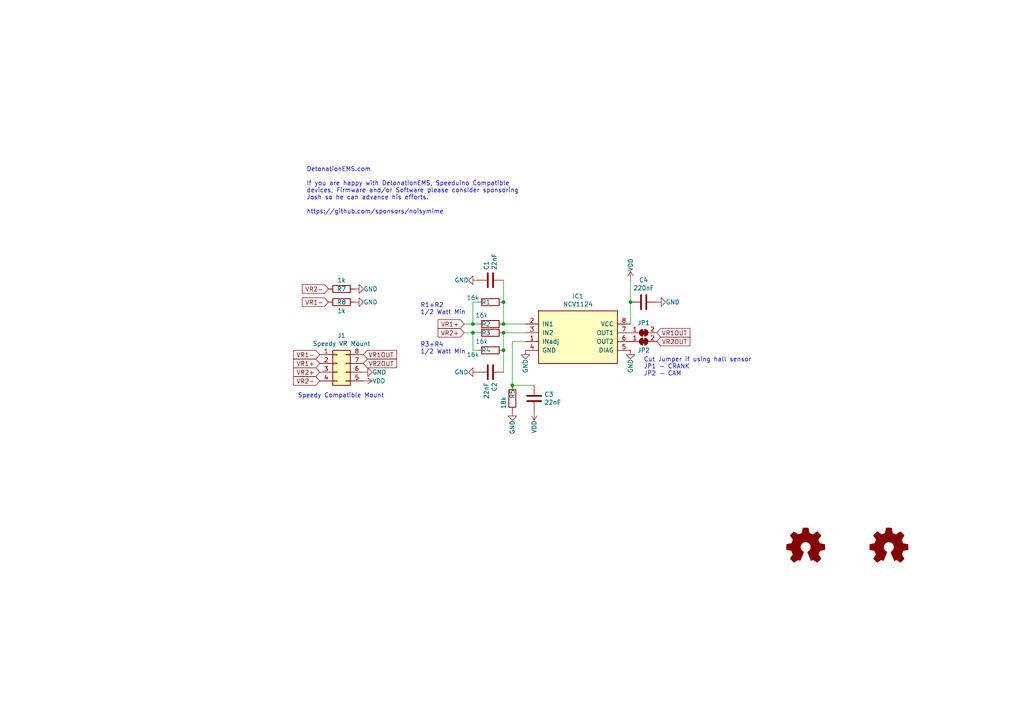
<source format=kicad_sch>
(kicad_sch (version 20211123) (generator eeschema)
  (paper "A4")
  (title_block (title "Duel VRConditioner ") (date "2021-10-02") (rev "B") (company "DetonationEMS") (comment 1 "detonationems.com") (comment 2 "github.com/DetonationEMS"))
  (lib_symbols
    (symbol "Connector_Generic:Conn_02x04_Counter_Clockwise" (pin_names (offset 1.016) hide)
      (property "Reference" "J" (at 1.27 5.08 0))
      (property "Value" "Conn_02x04_Counter_Clockwise" (at 1.27 -7.62 0))
      (symbol "Conn_02x04_Counter_Clockwise_1_1"
        (rectangle (start -1.27 -4.953) (end 0 -5.207) (stroke (width 0.1524)))
        (rectangle (start -1.27 -2.413) (end 0 -2.667) (stroke (width 0.1524)))
        (rectangle (start -1.27 0.127) (end 0 -0.127) (stroke (width 0.1524)))
        (rectangle (start -1.27 2.667) (end 0 2.413) (stroke (width 0.1524)))
        (rectangle (start -1.27 3.81) (end 3.81 -6.35) (stroke (width 0.254)) (fill (type background)))
        (rectangle (start 3.81 -4.953) (end 2.54 -5.207) (stroke (width 0.1524)))
        (rectangle (start 3.81 -2.413) (end 2.54 -2.667) (stroke (width 0.1524)))
        (rectangle (start 3.81 0.127) (end 2.54 -0.127) (stroke (width 0.1524)))
        (rectangle (start 3.81 2.667) (end 2.54 2.413) (stroke (width 0.1524)))
        (pin passive line (at -5.08 2.54 0) (length 3.81) (name "Pin_1") (number "1"))
        (pin passive line (at -5.08 0 0) (length 3.81) (name "Pin_2") (number "2"))
        (pin passive line (at -5.08 -2.54 0) (length 3.81) (name "Pin_3") (number "3"))
        (pin passive line (at -5.08 -5.08 0) (length 3.81) (name "Pin_4") (number "4"))
        (pin passive line (at 7.62 -5.08 180) (length 3.81) (name "Pin_5") (number "5"))
        (pin passive line (at 7.62 -2.54 180) (length 3.81) (name "Pin_6") (number "6"))
        (pin passive line (at 7.62 0 180) (length 3.81) (name "Pin_7") (number "7"))
        (pin passive line (at 7.62 2.54 180) (length 3.81) (name "Pin_8") (number "8"))
      )
    )
    (symbol "Device:C" (pin_numbers hide) (pin_names (offset 0.254))
      (property "Reference" "C" (at 0.635 2.54 0))
      (property "Value" "C" (at 0.635 -2.54 0))
      (symbol "C_0_1"
        (polyline (pts (xy -2.032 -0.762) (xy 2.032 -0.762)) (stroke (width 0.508)))
        (polyline (pts (xy -2.032 0.762) (xy 2.032 0.762)) (stroke (width 0.508)))
      )
      (symbol "C_1_1"
        (pin passive line (at 0 3.81 270) (length 2.794) (name "~") (number "1"))
        (pin passive line (at 0 -3.81 90) (length 2.794) (name "~") (number "2"))
      )
    )
    (symbol "Device:R" (pin_numbers hide) (pin_names (offset 0))
      (property "Reference" "R" (at 2.032 0 90))
      (property "Value" "R" (at 0 0 90))
      (symbol "R_0_1"
        (rectangle (start -1.016 -2.54) (end 1.016 2.54) (stroke (width 0.254)))
      )
      (symbol "R_1_1"
        (pin passive line (at 0 3.81 270) (length 1.27) (name "~") (number "1"))
        (pin passive line (at 0 -3.81 90) (length 1.27) (name "~") (number "2"))
      )
    )
    (symbol "Graphic:Logo_Open_Hardware_Small" (pin_names (offset 1.016))
      (symbol "Logo_Open_Hardware_Small_0_1"
        (polyline (pts (xy 3.3528 -4.3434) (xy 3.302 -4.318) (xy 3.175 -4.2418) (xy 2.9972 -4.1148) (xy 2.7686 -3.9624) (xy 2.54 -3.81) (xy 2.3622 -3.7084) (xy 2.2352 -3.6068) (xy 2.1844 -3.5814) (xy 2.159 -3.6068) (xy 2.0574 -3.6576) (xy 1.905 -3.7338) (xy 1.8034 -3.7846) (xy 1.6764 -3.8354) (xy 1.6002 -3.8354) (xy 1.6002 -3.8354) (xy 1.5494 -3.7338) (xy 1.4732 -3.5306) (xy 1.3462 -3.302) (xy 1.2446 -3.0226) (xy 1.1176 -2.7178) (xy 0.9652 -2.413) (xy 0.8636 -2.1082) (xy 0.7366 -1.8288) (xy 0.6604 -1.6256) (xy 0.6096 -1.4732) (xy 0.5842 -1.397) (xy 0.5842 -1.397) (xy 0.6604 -1.3208) (xy 0.7874 -1.2446) (xy 1.0414 -1.016) (xy 1.2954 -0.6858) (xy 1.4478 -0.3302) (xy 1.524 0.0762) (xy 1.4732 0.4572) (xy 1.3208 0.8128) (xy 1.0668 1.143) (xy 0.762 1.3716) (xy 0.4064 1.524) (xy 0 1.5748) (xy -0.381 1.5494) (xy -0.7366 1.397) (xy -1.0668 1.143) (xy -1.2192 0.9906) (xy -1.397 0.6604) (xy -1.524 0.3048) (xy -1.524 0.2286) (xy -1.4986 -0.1778) (xy -1.397 -0.5334) (xy -1.1938 -0.8636) (xy -0.9144 -1.143) (xy -0.8636 -1.1684) (xy -0.7366 -1.27) (xy -0.635 -1.3462) (xy -0.5842 -1.397) (xy -1.0668 -2.5908) (xy -1.143 -2.794) (xy -1.2954 -3.1242) (xy -1.397 -3.4036) (xy -1.4986 -3.6322) (xy -1.5748 -3.7846) (xy -1.6002 -3.8354) (xy -1.6002 -3.8354) (xy -1.651 -3.8354) (xy -1.7272 -3.81) (xy -1.905 -3.7338) (xy -2.0066 -3.683) (xy -2.1336 -3.6068) (xy -2.2098 -3.5814) (xy -2.2606 -3.6068) (xy -2.3622 -3.683) (xy -2.54 -3.81) (xy -2.7686 -3.9624) (xy -2.9718 -4.0894) (xy -3.1496 -4.2164) (xy -3.302 -4.318) (xy -3.3528 -4.3434) (xy -3.3782 -4.3434) (xy -3.429 -4.318) (xy -3.5306 -4.2164) (xy -3.7084 -4.064) (xy -3.937 -3.8354) (xy -3.9624 -3.81) (xy -4.1656 -3.6068) (xy -4.318 -3.4544) (xy -4.4196 -3.3274) (xy -4.445 -3.2766) (xy -4.445 -3.2766) (xy -4.4196 -3.2258) (xy -4.318 -3.0734) (xy -4.2164 -2.8956) (xy -4.064 -2.667) (xy -3.6576 -2.0828) (xy -3.8862 -1.5494) (xy -3.937 -1.3716) (xy -4.0386 -1.1684) (xy -4.0894 -1.0414) (xy -4.1148 -0.9652) (xy -4.191 -0.9398) (xy -4.318 -0.9144) (xy -4.5466 -0.8636) (xy -4.8006 -0.8128) (xy -5.0546 -0.7874) (xy -5.2578 -0.7366) (xy -5.4356 -0.7112) (xy -5.5118 -0.6858) (xy -5.5118 -0.6858) (xy -5.5372 -0.635) (xy -5.5372 -0.5588) (xy -5.5372 -0.4318) (xy -5.5626 -0.2286) (xy -5.5626 0.0762) (xy -5.5626 0.127) (xy -5.5372 0.4064) (xy -5.5372 0.635) (xy -5.5372 0.762) (xy -5.5372 0.8382) (xy -5.5372 0.8382) (xy -5.461 0.8382) (xy -5.3086 0.889) (xy -5.08 0.9144) (xy -4.826 0.9652) (xy -4.8006 0.9906) (xy -4.5466 1.0414) (xy -4.318 1.0668) (xy -4.1656 1.1176) (xy -4.0894 1.143) (xy -4.0894 1.143) (xy -4.0386 1.2446) (xy -3.9624 1.4224) (xy -3.8608 1.6256) (xy -3.7846 1.8288) (xy -3.7084 2.0066) (xy -3.6576 2.159) (xy -3.6322 2.2098) (xy -3.6322 2.2098) (xy -3.683 2.286) (xy -3.7592 2.413) (xy -3.8862 2.5908) (xy -4.064 2.8194) (xy -4.064 2.8448) (xy -4.2164 3.0734) (xy -4.3434 3.2512) (xy -4.4196 3.3782) (xy -4.445 3.4544) (xy -4.445 3.4544) (xy -4.3942 3.5052) (xy -4.2926 3.6322) (xy -4.1148 3.81) (xy -3.937 4.0132) (xy -3.8608 4.064) (xy -3.6576 4.2926) (xy -3.5052 4.4196) (xy -3.4036 4.4958) (xy -3.3528 4.5212) (xy -3.3528 4.5212) (xy -3.302 4.4704) (xy -3.1496 4.3688) (xy -2.9718 4.2418) (xy -2.7432 4.0894) (xy -2.7178 4.0894) (xy -2.4892 3.937) (xy -2.3114 3.81) (xy -2.1844 3.7084) (xy -2.1336 3.683) (xy -2.1082 3.683) (xy -2.032 3.7084) (xy -1.8542 3.7592) (xy -1.6764 3.8354) (xy -1.4732 3.937) (xy -1.27 4.0132) (xy -1.143 4.064) (xy -1.0668 4.1148) (xy -1.0668 4.1148) (xy -1.0414 4.191) (xy -1.016 4.3434) (xy -0.9652 4.572) (xy -0.9144 4.8514) (xy -0.889 4.9022) (xy -0.8382 5.1562) (xy -0.8128 5.3848) (xy -0.7874 5.5372) (xy -0.762 5.588) (xy -0.7112 5.6134) (xy -0.5842 5.6134) (xy -0.4064 5.6134) (xy -0.1524 5.6134) (xy 0.0762 5.6134) (xy 0.3302 5.6134) (xy 0.5334 5.6134) (xy 0.6858 5.588) (xy 0.7366 5.588) (xy 0.7366 5.588) (xy 0.762 5.5118) (xy 0.8128 5.334) (xy 0.8382 5.1054) (xy 0.9144 4.826) (xy 0.9144 4.7752) (xy 0.9652 4.5212) (xy 1.016 4.2926) (xy 1.0414 4.1402) (xy 1.0668 4.0894) (xy 1.0668 4.0894) (xy 1.1938 4.0386) (xy 1.3716 3.9624) (xy 1.5748 3.8608) (xy 2.0828 3.6576) (xy 2.7178 4.0894) (xy 2.7686 4.1402) (xy 2.9972 4.2926) (xy 3.175 4.4196) (xy 3.302 4.4958) (xy 3.3782 4.5212) (xy 3.3782 4.5212) (xy 3.429 4.4704) (xy 3.556 4.3434) (xy 3.7338 4.191) (xy 3.9116 3.9878) (xy 4.064 3.8354) (xy 4.2418 3.6576) (xy 4.3434 3.556) (xy 4.4196 3.4798) (xy 4.4196 3.429) (xy 4.4196 3.4036) (xy 4.3942 3.3274) (xy 4.2926 3.2004) (xy 4.1656 2.9972) (xy 4.0132 2.794) (xy 3.8862 2.5908) (xy 3.7592 2.3876) (xy 3.6576 2.2352) (xy 3.6322 2.159) (xy 3.6322 2.1336) (xy 3.683 2.0066) (xy 3.7592 1.8288) (xy 3.8608 1.6002) (xy 4.064 1.1176) (xy 4.3942 1.0414) (xy 4.5974 1.016) (xy 4.8768 0.9652) (xy 5.1308 0.9144) (xy 5.5372 0.8382) (xy 5.5626 -0.6604) (xy 5.4864 -0.6858) (xy 5.4356 -0.6858) (xy 5.2832 -0.7366) (xy 5.0546 -0.762) (xy 4.8006 -0.8128) (xy 4.5974 -0.8636) (xy 4.3688 -0.9144) (xy 4.2164 -0.9398) (xy 4.1402 -0.9398) (xy 4.1148 -0.9652) (xy 4.064 -1.0668) (xy 3.9878 -1.2446) (xy 3.9116 -1.4478) (xy 3.81 -1.651) (xy 3.7338 -1.8542) (xy 3.683 -2.0066) (xy 3.6576 -2.0828) (xy 3.683 -2.1336) (xy 3.7846 -2.2606) (xy 3.8862 -2.4638) (xy 4.0386 -2.667) (xy 4.191 -2.8956) (xy 4.318 -3.0734) (xy 4.3942 -3.2004) (xy 4.445 -3.2766) (xy 4.4196 -3.3274) (xy 4.3434 -3.429) (xy 4.1656 -3.5814) (xy 3.937 -3.8354) (xy 3.8862 -3.8608) (xy 3.683 -4.064) (xy 3.5306 -4.2164) (xy 3.4036 -4.318) (xy 3.3528 -4.3434)) (fill (type outline)))
      )
    )
    (symbol "Jumper:SolderJumper_2_Bridged" (pin_names (offset 0) hide)
      (property "Reference" "JP" (at 0 2.032 0))
      (property "Value" "SolderJumper_2_Bridged" (at 0 -2.54 0))
      (symbol "SolderJumper_2_Bridged_0_1"
        (rectangle (start -0.508 0.508) (end 0.508 -0.508) (fill (type outline)))
        (arc (start -0.254 1.016) (mid -1.27 0) (end -0.254 -1.016))
        (arc (start -0.254 1.016) (mid -1.27 0) (end -0.254 -1.016) (fill (type outline)))
        (polyline (pts (xy -0.254 1.016) (xy -0.254 -1.016)))
        (polyline (pts (xy 0.254 1.016) (xy 0.254 -1.016)))
        (arc (start 0.254 -1.016) (mid 1.27 0) (end 0.254 1.016))
        (arc (start 0.254 -1.016) (mid 1.27 0) (end 0.254 1.016) (fill (type outline)))
      )
      (symbol "SolderJumper_2_Bridged_1_1"
        (pin passive line (at -3.81 0 0) (length 2.54) (name "A") (number "1"))
        (pin passive line (at 3.81 0 180) (length 2.54) (name "B") (number "2"))
      )
    )
    (symbol "ncv1124:NCV1124" (pin_names (offset 1.016))
      (property "Reference" "D" (at 1.27 1.27 0))
      (property "Value" "NCV1124" (at 19.05 1.27 0))
      (symbol "NCV1124_1_1"
        (rectangle (start 0 0) (end 22.86 -15.24) (stroke (width 0.254)) (fill (type background)))
        (pin input line (at -3.81 -8.89 0) (length 3.81) (name "INadj") (number "1"))
        (pin input line (at -3.81 -3.81 0) (length 3.81) (name "IN1") (number "2"))
        (pin input line (at -3.81 -6.35 0) (length 3.81) (name "IN2") (number "3"))
        (pin power_in line (at -3.81 -11.43 0) (length 3.81) (name "GND") (number "4"))
        (pin input line (at 26.67 -11.43 180) (length 3.81) (name "DIAG") (number "5"))
        (pin output line (at 26.67 -8.89 180) (length 3.81) (name "OUT2") (number "6"))
        (pin output line (at 26.67 -6.35 180) (length 3.81) (name "OUT1") (number "7"))
        (pin power_in line (at 26.67 -3.81 180) (length 3.81) (name "VCC") (number "8"))
      )
    )
    (symbol "power:GND" (power) (pin_names (offset 0))
      (property "Value" "GND" (at 0 -3.81 0))
      (symbol "GND_0_1"
        (polyline (pts (xy 0 0) (xy 0 -1.27) (xy 1.27 -1.27) (xy 0 -2.54) (xy -1.27 -1.27) (xy 0 -1.27)))
      )
      (symbol "GND_1_1"
        (pin power_in line (at 0 0 270) (length 0) hide (name "GND") (number "1"))
      )
    )
    (symbol "power:VDD" (power) (pin_names (offset 0))
      (property "Value" "VDD" (at 0 3.81 0))
      (symbol "VDD_0_1"
        (polyline (pts (xy -0.762 1.27) (xy 0 2.54)))
        (polyline (pts (xy 0 0) (xy 0 2.54)))
        (polyline (pts (xy 0 2.54) (xy 0.762 1.27)))
      )
      (symbol "VDD_1_1"
        (pin power_in line (at 0 0 90) (length 0) hide (name "VDD") (number "1"))
      )
    )
  )
  (junction (at 137.16 93.98))
  (junction (at 146.05 96.52))
  (junction (at 137.16 96.52))
  (junction (at 146.05 87.63))
  (junction (at 146.05 93.98))
  (junction (at 146.05 101.6))
  (junction (at 148.59 111.76))
  (junction (at 182.88 87.63))
  (wire (pts (xy 146.05 96.52) (xy 152.4 96.52)))
  (wire (pts (xy 146.05 96.52) (xy 146.05 101.6)))
  (wire (pts (xy 182.88 87.63) (xy 182.88 93.98)))
  (wire (pts (xy 154.94 111.76) (xy 148.59 111.76)))
  (wire (pts (xy 137.16 101.6) (xy 138.43 101.6)))
  (wire (pts (xy 148.59 99.06) (xy 152.4 99.06)))
  (wire (pts (xy 146.05 81.28) (xy 146.05 87.63)))
  (wire (pts (xy 137.16 96.52) (xy 137.16 101.6)))
  (wire (pts (xy 182.88 87.63) (xy 182.88 81.28)))
  (wire (pts (xy 138.43 87.63) (xy 137.16 87.63)))
  (wire (pts (xy 137.16 87.63) (xy 137.16 93.98)))
  (wire (pts (xy 146.05 87.63) (xy 146.05 93.98)))
  (wire (pts (xy 146.05 101.6) (xy 146.05 107.95)))
  (wire (pts (xy 137.16 93.98) (xy 138.43 93.98)))
  (wire (pts (xy 146.05 93.98) (xy 152.4 93.98)))
  (wire (pts (xy 137.16 96.52) (xy 138.43 96.52)))
  (wire (pts (xy 137.16 93.98) (xy 134.62 93.98)))
  (wire (pts (xy 134.62 96.52) (xy 137.16 96.52)))
  (wire (pts (xy 148.59 99.06) (xy 148.59 111.76)))
  (text "DetonationEMS.com\n\nIf you are happy with DetonationEMS, Speeduino Compatible\ndevices, Firmware and/or Software please consider sponsoring\nJosh so he can advance his efforts.\n\nhttps://github.com/sponsors/noisymime" (at 88.9 62.23 0) (effects (font (size 1.27 1.27)) (justify left bottom)))
  (text "Cut Jumper if using hall sensor\nJP1 - CRANK\nJP2 - CAM" (at 186.69 109.22 0) (effects (font (size 1.27 1.27)) (justify left bottom)))
  (text "Speedy Compatible Mount" (at 86.36 115.57 0) (effects (font (size 1.27 1.27)) (justify left bottom)))
  (text "R1+R2 \n1/2 Watt Min" (at 121.92 91.44 0) (effects (font (size 1.27 1.27)) (justify left bottom)))
  (text "R3+R4\n1/2 Watt Min" (at 121.92 102.87 0) (effects (font (size 1.27 1.27)) (justify left bottom)))
  (global_label "VR1OUT" (shape input) (at 190.5 96.52 0) (property "Intersheet References" "${INTERSHEET_REFS}" (effects hide)))
  (global_label "VR2OUT" (shape input) (at 105.41 105.41 0) (property "Intersheet References" "${INTERSHEET_REFS}" (effects hide)))
  (global_label "VR2-" (shape input) (at 92.71 110.49 180) (property "Intersheet References" "${INTERSHEET_REFS}" (effects hide)))
  (global_label "VR1+" (shape input) (at 134.62 93.98 180) (property "Intersheet References" "${INTERSHEET_REFS}" (effects hide)))
  (global_label "VR2+" (shape input) (at 134.62 96.52 180) (property "Intersheet References" "${INTERSHEET_REFS}" (effects hide)))
  (global_label "VR1+" (shape input) (at 92.71 105.41 180) (property "Intersheet References" "${INTERSHEET_REFS}" (effects hide)))
  (global_label "VR1-" (shape input) (at 92.71 102.87 180) (property "Intersheet References" "${INTERSHEET_REFS}" (effects hide)))
  (global_label "VR1OUT" (shape input) (at 105.41 102.87 0) (property "Intersheet References" "${INTERSHEET_REFS}" (effects hide)))
  (global_label "VR2OUT" (shape input) (at 190.5 99.06 0) (property "Intersheet References" "${INTERSHEET_REFS}" (effects hide)))
  (global_label "VR2+" (shape input) (at 92.71 107.95 180) (property "Intersheet References" "${INTERSHEET_REFS}" (effects hide)))
  (global_label "VR1-" (shape input) (at 95.25 87.63 180) (property "Intersheet References" "${INTERSHEET_REFS}" (effects hide)))
  (global_label "VR2-" (shape input) (at 95.25 83.82 180) (property "Intersheet References" "${INTERSHEET_REFS}" (effects hide)))
  (symbol (lib_id "Connector_Generic:Conn_02x04_Counter_Clockwise") (at 97.79 105.41 0) (unit 1)
    (property "Reference" "J1" (at 99.06 97.3582 0))
    (property "Value" "Speedy VR Mount" (at 99.06 99.6696 0))
    (property "Footprint" "Misc:DIP-8_W7.62mm_Socket_VRConditioner" (effects hide))
  )
  (symbol (lib_id "power:GND") (at 105.41 107.95 90) (unit 1)
    (property "Reference" "#PWR02" (effects hide))
    (property "Value" "GND" (at 107.95 107.95 90) (effects (justify right)))
  )
  (symbol (lib_id "power:VDD") (at 105.41 110.49 270) (unit 1)
    (property "Reference" "#PWR03" (effects hide))
    (property "Value" "VDD" (at 107.95 110.49 90) (effects (justify left)))
  )
  (symbol (lib_id "ncv1124:NCV1124") (at 156.21 90.17 0) (unit 1)
    (property "Reference" "IC1" (at 167.64 85.9282 0))
    (property "Value" "NCV1124" (at 167.64 88.2396 0))
    (property "Footprint" "Package_SO:SO-8_3.9x4.9mm_P1.27mm" (effects hide))
    (property "LCSC" "C152274" (effects hide))
  )
  (symbol (lib_id "Device:R") (at 142.24 93.98 270) (unit 1)
    (property "Reference" "R2" (at 140.97 93.98 90))
    (property "Value" "16k" (at 139.7 91.44 90))
    (property "Footprint" "Resistor_SMD:R_0805_2012Metric" (effects hide))
    (property "LCSC" "C17490" (effects hide))
  )
  (symbol (lib_id "Device:R") (at 142.24 87.63 270) (unit 1)
    (property "Reference" "R1" (at 140.97 87.63 90))
    (property "Value" "16k" (at 137.16 86.36 90))
    (property "Footprint" "Resistor_SMD:R_0805_2012Metric" (effects hide))
    (property "LCSC" "C17490" (effects hide))
  )
  (symbol (lib_id "Device:R") (at 142.24 96.52 270) (unit 1)
    (property "Reference" "R3" (at 140.97 96.52 90))
    (property "Value" "16k" (at 139.7 99.06 90))
    (property "Footprint" "Resistor_SMD:R_0805_2012Metric" (effects hide))
    (property "LCSC" "C17490" (effects hide))
  )
  (symbol (lib_id "Device:R") (at 142.24 101.6 270) (unit 1)
    (property "Reference" "R4" (at 140.97 101.6 90))
    (property "Value" "16k" (at 137.16 102.87 90))
    (property "Footprint" "Resistor_SMD:R_0805_2012Metric" (effects hide))
    (property "LCSC" "C17490" (effects hide))
  )
  (symbol (lib_id "Device:C") (at 142.24 81.28 90) (unit 1)
    (property "Reference" "C1" (at 141.0716 78.359 0) (effects (justify left)))
    (property "Value" "22nF" (at 143.383 78.359 0) (effects (justify left)))
    (property "Footprint" "Capacitor_SMD:C_0603_1608Metric" (effects hide))
    (property "LCSC" "C21122" (effects hide))
  )
  (symbol (lib_id "power:GND") (at 138.43 81.28 270) (unit 1)
    (property "Reference" "#PWR05" (effects hide))
    (property "Value" "GND" (at 135.89 81.28 90) (effects (justify right)))
  )
  (symbol (lib_id "power:GND") (at 138.43 107.95 270) (unit 1)
    (property "Reference" "#PWR06" (effects hide))
    (property "Value" "GND" (at 135.89 107.95 90) (effects (justify right)))
  )
  (symbol (lib_id "Device:C") (at 142.24 107.95 270) (unit 1)
    (property "Reference" "C2" (at 143.4084 110.871 0) (effects (justify left)))
    (property "Value" "22nF" (at 141.097 110.871 0) (effects (justify left)))
    (property "Footprint" "Capacitor_SMD:C_0603_1608Metric" (effects hide))
    (property "LCSC" "C21122" (effects hide))
  )
  (symbol (lib_id "power:GND") (at 152.4 101.6 0) (unit 1)
    (property "Reference" "#PWR08" (effects hide))
    (property "Value" "GND" (at 152.4 104.14 90) (effects (justify right)))
  )
  (symbol (lib_id "Device:R") (at 148.59 115.57 180) (unit 1)
    (property "Reference" "R5" (at 148.59 114.3 90))
    (property "Value" "18k" (at 146.05 116.84 90))
    (property "Footprint" "Resistor_SMD:R_0603_1608Metric" (effects hide))
    (property "LCSC" "C25810" (effects hide))
  )
  (symbol (lib_id "power:GND") (at 148.59 119.38 0) (unit 1)
    (property "Reference" "#PWR07" (effects hide))
    (property "Value" "GND" (at 148.59 121.92 90) (effects (justify right)))
  )
  (symbol (lib_id "Device:C") (at 154.94 115.57 0) (unit 1)
    (property "Reference" "C3" (at 157.861 114.4016 0) (effects (justify left)))
    (property "Value" "22nF" (at 157.861 116.713 0) (effects (justify left)))
    (property "Footprint" "Capacitor_SMD:C_0603_1608Metric" (effects hide))
    (property "LCSC" "C21122" (effects hide))
  )
  (symbol (lib_id "power:VDD") (at 154.94 119.38 180) (unit 1)
    (property "Reference" "#PWR09" (effects hide))
    (property "Value" "VDD" (at 154.94 121.92 90) (effects (justify left)))
  )
  (symbol (lib_id "power:VDD") (at 182.88 81.28 0) (unit 1)
    (property "Reference" "#PWR010" (effects hide))
    (property "Value" "VDD" (at 182.88 78.74 90) (effects (justify left)))
  )
  (symbol (lib_id "Device:C") (at 186.69 87.63 90) (unit 1)
    (property "Reference" "C4" (at 186.69 81.2292 90))
    (property "Value" "220nF" (at 186.69 83.5406 90))
    (property "Footprint" "Capacitor_SMD:C_0603_1608Metric" (effects hide))
    (property "LCSC" "C21120" (effects hide))
  )
  (symbol (lib_id "power:GND") (at 190.5 87.63 90) (unit 1)
    (property "Reference" "#PWR012" (effects hide))
    (property "Value" "GND" (at 193.04 87.63 90) (effects (justify right)))
  )
  (symbol (lib_id "Device:R") (at 99.06 87.63 90) (unit 1)
    (property "Reference" "R8" (at 99.06 87.63 90))
    (property "Value" "1k" (at 99.06 90.17 90))
    (property "Footprint" "Resistor_SMD:R_0805_2012Metric" (effects hide))
    (property "LCSC" "C17513" (effects hide))
  )
  (symbol (lib_id "power:GND") (at 182.88 101.6 0) (unit 1)
    (property "Reference" "#PWR011" (effects hide))
    (property "Value" "GND" (at 182.88 104.14 90) (effects (justify right)))
  )
  (symbol (lib_id "Device:R") (at 99.06 83.82 90) (unit 1)
    (property "Reference" "R7" (at 99.06 83.82 90))
    (property "Value" "1k" (at 99.06 81.28 90))
    (property "Footprint" "Resistor_SMD:R_0805_2012Metric" (effects hide))
    (property "LCSC" "C17513" (effects hide))
  )
  (symbol (lib_id "power:GND") (at 102.87 83.82 90) (unit 1)
    (property "Reference" "#PWR0103" (effects hide))
    (property "Value" "GND" (at 105.41 83.82 90) (effects (justify right)))
  )
  (symbol (lib_id "power:GND") (at 102.87 87.63 90) (unit 1)
    (property "Reference" "#PWR0104" (effects hide))
    (property "Value" "GND" (at 105.41 87.63 90) (effects (justify right)))
  )
  (symbol (lib_id "Graphic:Logo_Open_Hardware_Small") (at 233.68 158.75 0) (unit 1)
    (property "Reference" "G1" (effects hide))
    (property "Value" "Logo_Open_Hardware_Small" (effects hide))
    (property "Footprint" "Detonation:SpeeduinoCompatible-14mm" (effects hide))
  )
  (symbol (lib_id "Graphic:Logo_Open_Hardware_Small") (at 257.81 158.75 0) (unit 1)
    (property "Reference" "G2" (effects hide))
    (property "Value" "Logo_Open_Hardware_Small" (effects hide))
    (property "Footprint" "Detonation:DetonationEMS-17mm" (effects hide))
  )
  (symbol (lib_id "Jumper:SolderJumper_2_Bridged") (at 186.69 96.52 0) (unit 1)
    (property "Reference" "JP1" (at 186.69 93.6498 0))
    (property "Value" "SolderJumper_2_Bridged" (effects hide))
    (property "Footprint" "Jumper:SolderJumper-2_P1.3mm_Bridged_RoundedPad1.0x1.5mm" (effects hide))
  )
  (symbol (lib_id "Jumper:SolderJumper_2_Bridged") (at 186.69 99.06 0) (unit 1)
    (property "Reference" "JP2" (at 186.69 101.6 0))
    (property "Value" "SolderJumper_2_Bridged" (effects hide))
    (property "Footprint" "Jumper:SolderJumper-2_P1.3mm_Bridged_RoundedPad1.0x1.5mm" (effects hide))
  )
)
</source>
